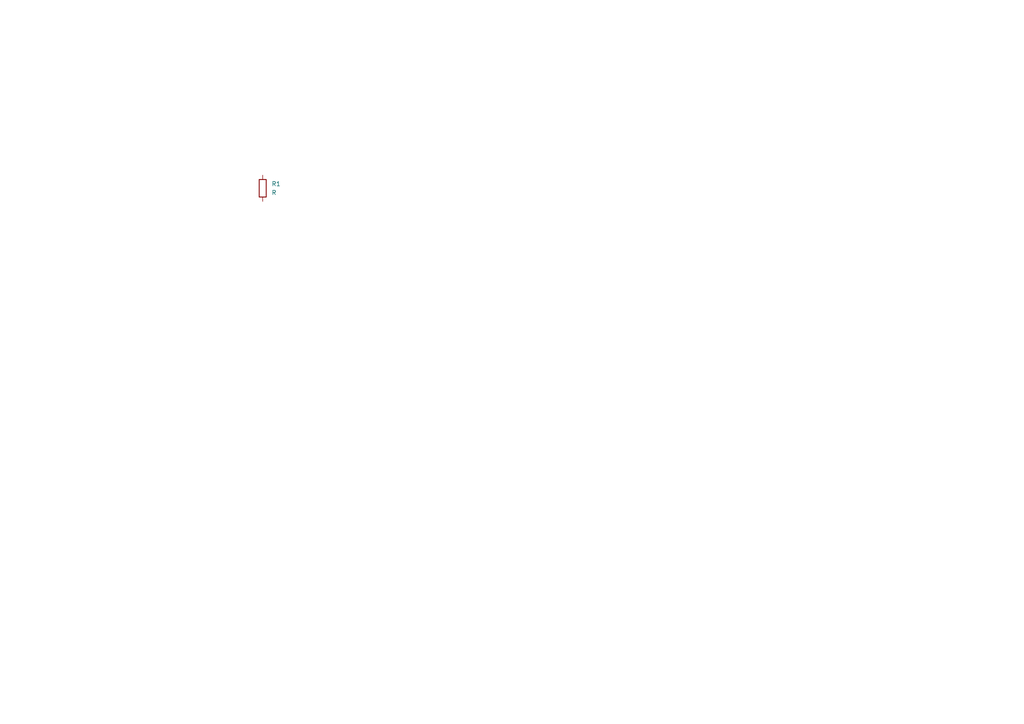
<source format=kicad_sch>
(kicad_sch (version 20231120) (generator "eeschema") (generator_version "8.0")
  (paper "A4")
  (lib_symbols
    (symbol "Device:R" (pin_numbers hide) (pin_names (offset 0))
      (property "Reference" "R" (at 2.032 0 90))
      (property "Value" "R" (at 0 0 90))
      (symbol "R_0_1"
        (rectangle (start -1.016 -2.54) (end 1.016 2.54) (stroke (width 0.254)))
      )
      (symbol "R_1_1"
        (pin passive line (at 0 3.81 270) (length 1.27) (name "~") (number "1"))
        (pin passive line (at 0 -3.81 90) (length 1.27) (name "~") (number "2"))
      )
    )
  )
  (symbol (lib_id "Device:R") (at 76.2 54.61 0) (unit 1)
    (property "Reference" "R1" (at 78.74 53.3399 0) (effects (justify left)))
    (property "Value" "R" (at 78.74 55.8799 0) (effects (justify left)))
    (property "Footprint" "Resistor_THT:R_Axial_DIN0204_L3.6mm_D1.6mm_P5.08mm_Horizontal" (effects (hide yes)))
    (property "Description" "Resistor" (effects (hide yes)))
  )
)
</source>
